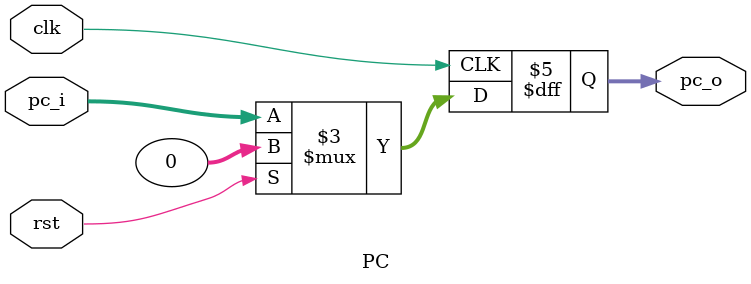
<source format=v>
module PC (
    input clk,
    input rst,
    input [31:0] pc_i,
    output reg [31:0] pc_o
);

always @(posedge clk ) begin
	if (rst)
		pc_o <=32'b0;
	else
		pc_o <= pc_i;
end
endmodule


</source>
